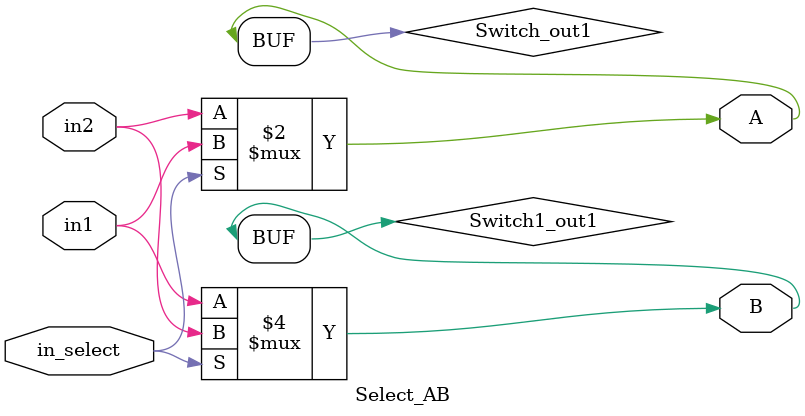
<source format=v>



`timescale 1 ns / 1 ns

module Select_AB
          (
           in_select,
           in1,
           in2,
           A,
           B
          );


  input   in_select;
  input   in1;
  input   in2;
  output  A;
  output  B;


  wire Switch_out1;
  wire Switch1_out1;


  // <S8>/Switch
  assign Switch_out1 = (in_select == 1'b0 ? in2 :
              in1);



  assign A = Switch_out1;

  // <S8>/Switch1
  assign Switch1_out1 = (in_select == 1'b0 ? in1 :
              in2);



  assign B = Switch1_out1;

endmodule  // Select_AB


</source>
